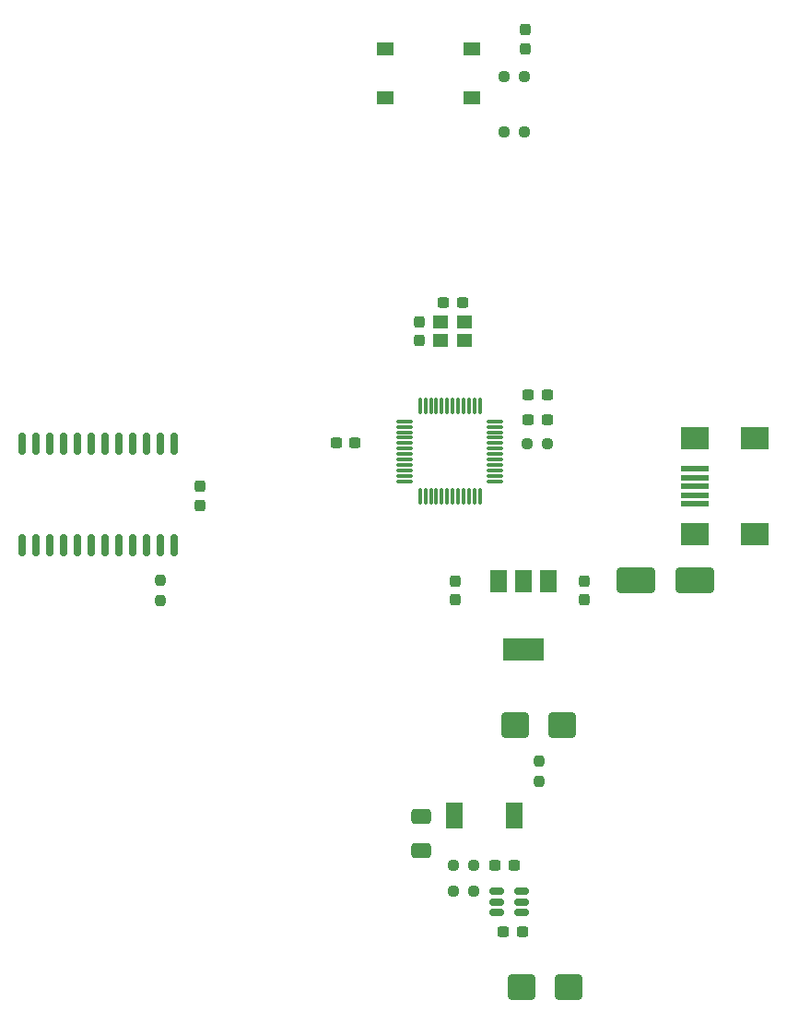
<source format=gbr>
%TF.GenerationSoftware,KiCad,Pcbnew,7.0.10*%
%TF.CreationDate,2024-05-15T16:53:23+02:00*%
%TF.ProjectId,ledrunner,6c656472-756e-46e6-9572-2e6b69636164,rev?*%
%TF.SameCoordinates,Original*%
%TF.FileFunction,Paste,Top*%
%TF.FilePolarity,Positive*%
%FSLAX46Y46*%
G04 Gerber Fmt 4.6, Leading zero omitted, Abs format (unit mm)*
G04 Created by KiCad (PCBNEW 7.0.10) date 2024-05-15 16:53:23*
%MOMM*%
%LPD*%
G01*
G04 APERTURE LIST*
G04 Aperture macros list*
%AMRoundRect*
0 Rectangle with rounded corners*
0 $1 Rounding radius*
0 $2 $3 $4 $5 $6 $7 $8 $9 X,Y pos of 4 corners*
0 Add a 4 corners polygon primitive as box body*
4,1,4,$2,$3,$4,$5,$6,$7,$8,$9,$2,$3,0*
0 Add four circle primitives for the rounded corners*
1,1,$1+$1,$2,$3*
1,1,$1+$1,$4,$5*
1,1,$1+$1,$6,$7*
1,1,$1+$1,$8,$9*
0 Add four rect primitives between the rounded corners*
20,1,$1+$1,$2,$3,$4,$5,0*
20,1,$1+$1,$4,$5,$6,$7,0*
20,1,$1+$1,$6,$7,$8,$9,0*
20,1,$1+$1,$8,$9,$2,$3,0*%
G04 Aperture macros list end*
%ADD10RoundRect,0.250000X-0.650000X0.412500X-0.650000X-0.412500X0.650000X-0.412500X0.650000X0.412500X0*%
%ADD11R,1.400000X1.200000*%
%ADD12RoundRect,0.237500X0.237500X-0.300000X0.237500X0.300000X-0.237500X0.300000X-0.237500X-0.300000X0*%
%ADD13RoundRect,0.237500X0.300000X0.237500X-0.300000X0.237500X-0.300000X-0.237500X0.300000X-0.237500X0*%
%ADD14RoundRect,0.237500X0.250000X0.237500X-0.250000X0.237500X-0.250000X-0.237500X0.250000X-0.237500X0*%
%ADD15RoundRect,0.237500X-0.237500X0.300000X-0.237500X-0.300000X0.237500X-0.300000X0.237500X0.300000X0*%
%ADD16RoundRect,0.250000X1.000000X0.900000X-1.000000X0.900000X-1.000000X-0.900000X1.000000X-0.900000X0*%
%ADD17RoundRect,0.237500X-0.300000X-0.237500X0.300000X-0.237500X0.300000X0.237500X-0.300000X0.237500X0*%
%ADD18RoundRect,0.075000X-0.075000X0.662500X-0.075000X-0.662500X0.075000X-0.662500X0.075000X0.662500X0*%
%ADD19RoundRect,0.075000X-0.662500X0.075000X-0.662500X-0.075000X0.662500X-0.075000X0.662500X0.075000X0*%
%ADD20R,2.500000X0.500000*%
%ADD21R,2.500000X2.000000*%
%ADD22RoundRect,0.237500X-0.250000X-0.237500X0.250000X-0.237500X0.250000X0.237500X-0.250000X0.237500X0*%
%ADD23R,1.500000X2.000000*%
%ADD24R,3.800000X2.000000*%
%ADD25R,1.550000X1.300000*%
%ADD26RoundRect,0.250000X-1.000000X-0.900000X1.000000X-0.900000X1.000000X0.900000X-1.000000X0.900000X0*%
%ADD27RoundRect,0.237500X0.237500X-0.250000X0.237500X0.250000X-0.237500X0.250000X-0.237500X-0.250000X0*%
%ADD28RoundRect,0.150000X-0.150000X0.875000X-0.150000X-0.875000X0.150000X-0.875000X0.150000X0.875000X0*%
%ADD29RoundRect,0.150000X-0.512500X-0.150000X0.512500X-0.150000X0.512500X0.150000X-0.512500X0.150000X0*%
%ADD30R,1.500000X2.400000*%
%ADD31RoundRect,0.237500X-0.237500X0.250000X-0.237500X-0.250000X0.237500X-0.250000X0.237500X0.250000X0*%
%ADD32RoundRect,0.250000X1.500000X0.900000X-1.500000X0.900000X-1.500000X-0.900000X1.500000X-0.900000X0*%
G04 APERTURE END LIST*
D10*
%TO.C,C10*%
X127441000Y-131636500D03*
X127441000Y-134761500D03*
%TD*%
D11*
%TO.C,Y2*%
X129295000Y-87986000D03*
X131495000Y-87986000D03*
X131495000Y-86286000D03*
X129295000Y-86286000D03*
%TD*%
D12*
%TO.C,C12*%
X127344000Y-87960500D03*
X127344000Y-86235500D03*
%TD*%
D13*
%TO.C,C11*%
X131267500Y-84462000D03*
X129542500Y-84462000D03*
%TD*%
D14*
%TO.C,R10*%
X132292500Y-138467000D03*
X130467500Y-138467000D03*
%TD*%
D15*
%TO.C,C1*%
X142493000Y-110032500D03*
X142493000Y-111757500D03*
%TD*%
D16*
%TO.C,D17*%
X140416000Y-123225000D03*
X136116000Y-123225000D03*
%TD*%
D17*
%TO.C,C9*%
X134265500Y-136144000D03*
X135990500Y-136144000D03*
%TD*%
D18*
%TO.C,U2*%
X132869000Y-93976500D03*
X132369000Y-93976500D03*
X131869000Y-93976500D03*
X131369000Y-93976500D03*
X130869000Y-93976500D03*
X130369000Y-93976500D03*
X129869000Y-93976500D03*
X129369000Y-93976500D03*
X128869000Y-93976500D03*
X128369000Y-93976500D03*
X127869000Y-93976500D03*
X127369000Y-93976500D03*
D19*
X125956500Y-95389000D03*
X125956500Y-95889000D03*
X125956500Y-96389000D03*
X125956500Y-96889000D03*
X125956500Y-97389000D03*
X125956500Y-97889000D03*
X125956500Y-98389000D03*
X125956500Y-98889000D03*
X125956500Y-99389000D03*
X125956500Y-99889000D03*
X125956500Y-100389000D03*
X125956500Y-100889000D03*
D18*
X127369000Y-102301500D03*
X127869000Y-102301500D03*
X128369000Y-102301500D03*
X128869000Y-102301500D03*
X129369000Y-102301500D03*
X129869000Y-102301500D03*
X130369000Y-102301500D03*
X130869000Y-102301500D03*
X131369000Y-102301500D03*
X131869000Y-102301500D03*
X132369000Y-102301500D03*
X132869000Y-102301500D03*
D19*
X134281500Y-100889000D03*
X134281500Y-100389000D03*
X134281500Y-99889000D03*
X134281500Y-99389000D03*
X134281500Y-98889000D03*
X134281500Y-98389000D03*
X134281500Y-97889000D03*
X134281500Y-97389000D03*
X134281500Y-96889000D03*
X134281500Y-96389000D03*
X134281500Y-95889000D03*
X134281500Y-95389000D03*
%TD*%
D20*
%TO.C,J1*%
X152619000Y-102963000D03*
X152619000Y-102163000D03*
X152619000Y-101363000D03*
X152619000Y-100563000D03*
X152619000Y-99763000D03*
D21*
X152619000Y-105763000D03*
X158119000Y-105763000D03*
X152619000Y-96963000D03*
X158119000Y-96963000D03*
%TD*%
D22*
%TO.C,R3*%
X137248724Y-97449776D03*
X139073724Y-97449776D03*
%TD*%
D23*
%TO.C,U1*%
X139173000Y-110033000D03*
X136873000Y-110033000D03*
D24*
X136873000Y-116333000D03*
D23*
X134573000Y-110033000D03*
%TD*%
D22*
%TO.C,R9*%
X130470500Y-136137000D03*
X132295500Y-136137000D03*
%TD*%
%TO.C,R1*%
X135128500Y-63762000D03*
X136953500Y-63762000D03*
%TD*%
D15*
%TO.C,C2*%
X130585000Y-110032500D03*
X130585000Y-111757500D03*
%TD*%
D25*
%TO.C,SW1*%
X124160000Y-61199000D03*
X132110000Y-61199000D03*
X124160000Y-65699000D03*
X132110000Y-65699000D03*
%TD*%
D26*
%TO.C,D18*%
X136698000Y-147309000D03*
X140998000Y-147309000D03*
%TD*%
D27*
%TO.C,R11*%
X138296000Y-128396500D03*
X138296000Y-126571500D03*
%TD*%
D22*
%TO.C,R2*%
X135128500Y-68812000D03*
X136953500Y-68812000D03*
%TD*%
D13*
%TO.C,C4*%
X121384500Y-97318000D03*
X119659500Y-97318000D03*
%TD*%
D12*
%TO.C,C7*%
X107181000Y-103073500D03*
X107181000Y-101348500D03*
%TD*%
D13*
%TO.C,C8*%
X136776500Y-142233000D03*
X135051500Y-142233000D03*
%TD*%
D28*
%TO.C,U3*%
X104775000Y-97458000D03*
X103505000Y-97458000D03*
X102235000Y-97458000D03*
X100965000Y-97458000D03*
X99695000Y-97458000D03*
X98425000Y-97458000D03*
X97155000Y-97458000D03*
X95885000Y-97458000D03*
X94615000Y-97458000D03*
X93345000Y-97458000D03*
X92075000Y-97458000D03*
X90805000Y-97458000D03*
X90805000Y-106758000D03*
X92075000Y-106758000D03*
X93345000Y-106758000D03*
X94615000Y-106758000D03*
X95885000Y-106758000D03*
X97155000Y-106758000D03*
X98425000Y-106758000D03*
X99695000Y-106758000D03*
X100965000Y-106758000D03*
X102235000Y-106758000D03*
X103505000Y-106758000D03*
X104775000Y-106758000D03*
%TD*%
D12*
%TO.C,C3*%
X137027000Y-61186500D03*
X137027000Y-59461500D03*
%TD*%
D29*
%TO.C,U4*%
X134422500Y-138546000D03*
X134422500Y-139496000D03*
X134422500Y-140446000D03*
X136697500Y-140446000D03*
X136697500Y-139496000D03*
X136697500Y-138546000D03*
%TD*%
D30*
%TO.C,L1*%
X136008000Y-131576000D03*
X130508000Y-131576000D03*
%TD*%
D17*
%TO.C,C5*%
X137313500Y-95250000D03*
X139038500Y-95250000D03*
%TD*%
%TO.C,C6*%
X137313500Y-92964000D03*
X139038500Y-92964000D03*
%TD*%
D31*
%TO.C,R8*%
X103497000Y-110014500D03*
X103497000Y-111839500D03*
%TD*%
D32*
%TO.C,K1*%
X152616000Y-109993000D03*
X147216000Y-109993000D03*
%TD*%
M02*

</source>
